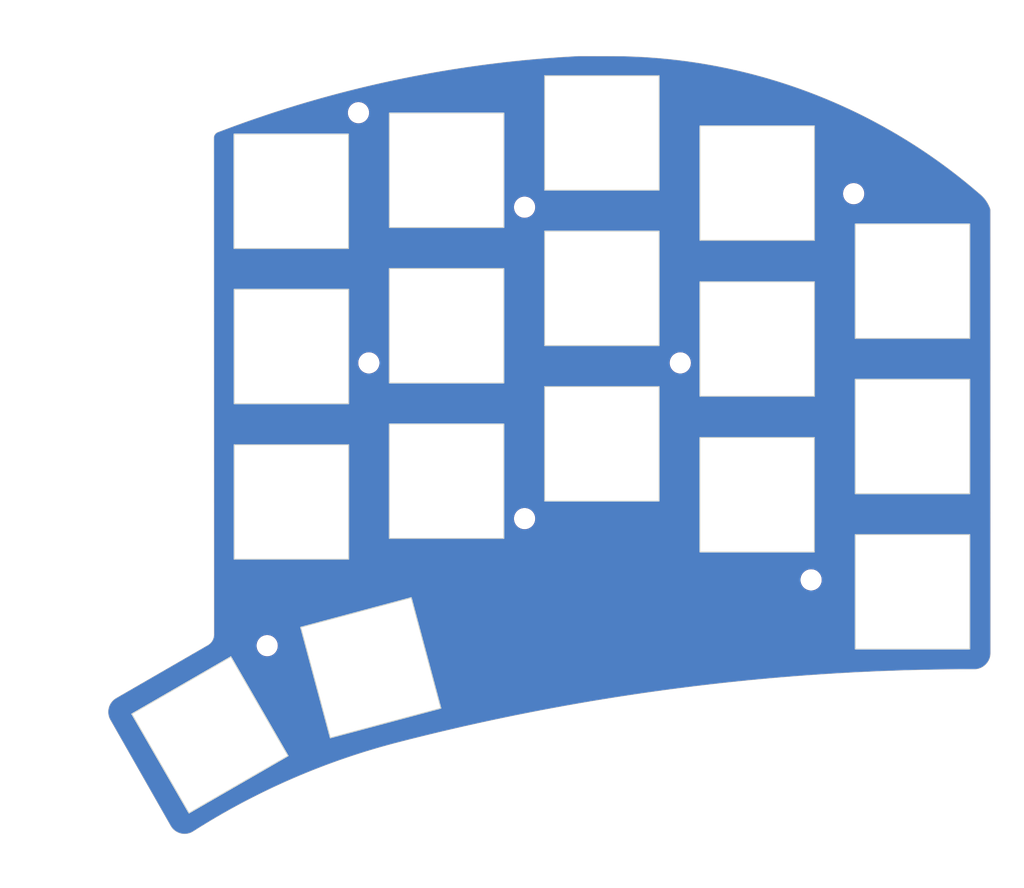
<source format=kicad_pcb>
(kicad_pcb (version 20240108) (generator "pcbnew") (generator_version "8.0")
  (layers (0 "F.Cu" signal) (31 "B.Cu" signal) (34 "B.Paste" user) (35 "F.Paste" user) (36 "B.SilkS" user "B.Silkscreen") (37 "F.SilkS" user "F.Silkscreen") (38 "B.Mask" user) (39 "F.Mask" user) (44 "Edge.Cuts" user))
  (net 0 "")
  (footprint "holykeebs:M2_HOLE_NPH" (layer "F.Cu") (at 95.518 67.945)
    (property "Reference" "Puck1" (hide yes))
    (property "Value" "M2_HOLE_NPH" (hide yes))
    (pad "" np_thru_hole circle (at 0 0) (size 2.1 2.1) (drill 2.1) (layers "F&B.Cu" "*.Mask"))
  )
  (footprint "holykeebs:M2_HOLE_NPH" (layer "F.Cu") (at 95.518 106.045)
    (property "Reference" "Puck3" (hide yes))
    (property "Value" "M2_HOLE_NPH" (hide yes))
    (pad "" np_thru_hole circle (at 0 0) (size 2.1 2.1) (drill 2.1) (layers "F&B.Cu" "*.Mask"))
  )
  (footprint "holykeebs:M2_HOLE_NPH" (layer "F.Cu") (at 135.777 66.294)
    (property "Reference" "Mounting 04" (hide yes))
    (property "Value" "M2_HOLE_NPH" (hide yes))
    (pad "" np_thru_hole circle (at 0 0) (size 2.1 2.1) (drill 2.1) (layers "F&B.Cu" "*.Mask"))
  )
  (footprint "holykeebs:M2_HOLE_NPH" (layer "F.Cu") (at 130.57 113.538)
    (property "Reference" "Mounting 03" (hide yes))
    (property "Value" "M2_HOLE_NPH" (hide yes))
    (pad "" np_thru_hole circle (at 0 0) (size 2.1 2.1) (drill 2.1) (layers "F&B.Cu" "*.Mask"))
  )
  (footprint "holykeebs:M2_HOLE_NPH" (layer "F.Cu") (at 75.198 56.388)
    (property "Reference" "Mounting 01" (hide yes))
    (property "Value" "M2_HOLE_NPH" (hide yes))
    (pad "" np_thru_hole circle (at 0 0) (size 2.1 2.1) (drill 2.1) (layers "F&B.Cu" "*.Mask"))
  )
  (footprint "holykeebs:M2_HOLE_NPH" (layer "F.Cu") (at 114.568 86.995)
    (property "Reference" "Puck4" (hide yes))
    (property "Value" "M2_HOLE_NPH" (hide yes))
    (pad "" np_thru_hole circle (at 0 0) (size 2.1 2.1) (drill 2.1) (layers "F&B.Cu" "*.Mask"))
  )
  (footprint "holykeebs:M2_HOLE_NPH" (layer "F.Cu") (at 76.468 86.995)
    (property "Reference" "Puck2" (hide yes))
    (property "Value" "M2_HOLE_NPH" (hide yes))
    (pad "" np_thru_hole circle (at 0 0) (size 2.1 2.1) (drill 2.1) (layers "F&B.Cu" "*.Mask"))
  )
  (footprint "holykeebs:footprint (4)" (layer "F.Cu") (at 108.537463 117.903657)
    (property "Reference" "G***" (hide yes))
    (property "Value" "LOGO" (hide yes))
  )
  (footprint "holykeebs:M2_HOLE_NPH" (layer "F.Cu") (at 64.02977 121.587695)
    (property "Reference" "Mounting 02" (hide yes))
    (property "Value" "M2_HOLE_NPH" (hide yes))
    (pad "" np_thru_hole circle (at 0 0) (size 2.1 2.1) (drill 2.1) (layers "F&B.Cu" "*.Mask"))
  )
  (footprint "kbd:SW_Hole" (layer "B.Cu") (at 142.974 77 180)
    (property "Reference" "SW2" (hide yes))
    (property "Value" "SW_Push" (hide yes))
    (fp_line (start 7 7) (end 7 -7) (stroke (width 0.12)) (layer "Edge.Cuts"))
    (fp_line (start 7 -7) (end -7 -7) (stroke (width 0.12)) (layer "Edge.Cuts"))
    (fp_line (start -7 7) (end 7 7) (stroke (width 0.12)) (layer "Edge.Cuts"))
    (fp_line (start -7 -7) (end -7 7) (stroke (width 0.12)) (layer "Edge.Cuts"))
  )
  (footprint "kbd:SW_Hole" (layer "B.Cu") (at 123.974 65 180)
    (property "Reference" "SW3" (hide yes))
    (property "Value" "SW_Push" (hide yes))
    (fp_line (start 7 7) (end 7 -7) (stroke (width 0.12)) (layer "Edge.Cuts"))
    (fp_line (start 7 -7) (end -7 -7) (stroke (width 0.12)) (layer "Edge.Cuts"))
    (fp_line (start -7 7) (end 7 7) (stroke (width 0.12)) (layer "Edge.Cuts"))
    (fp_line (start -7 -7) (end -7 7) (stroke (width 0.12)) (layer "Edge.Cuts"))
  )
  (footprint "kbd:SW_Hole" (layer "B.Cu") (at 104.974 58.86 180)
    (property "Reference" "SW4" (hide yes))
    (property "Value" "SW_Push" (hide yes))
    (fp_line (start 7 7) (end 7 -7) (stroke (width 0.12)) (layer "Edge.Cuts"))
    (fp_line (start 7 -7) (end -7 -7) (stroke (width 0.12)) (layer "Edge.Cuts"))
    (fp_line (start -7 7) (end 7 7) (stroke (width 0.12)) (layer "Edge.Cuts"))
    (fp_line (start -7 -7) (end -7 7) (stroke (width 0.12)) (layer "Edge.Cuts"))
  )
  (footprint "kbd:SW_Hole" (layer "B.Cu") (at 85.98 63.432 180)
    (property "Reference" "SW5" (hide yes))
    (property "Value" "SW_Push" (hide yes))
    (fp_line (start 7 7) (end 7 -7) (stroke (width 0.12)) (layer "Edge.Cuts"))
    (fp_line (start 7 -7) (end -7 -7) (stroke (width 0.12)) (layer "Edge.Cuts"))
    (fp_line (start -7 7) (end 7 7) (stroke (width 0.12)) (layer "Edge.Cuts"))
    (fp_line (start -7 -7) (end -7 7) (stroke (width 0.12)) (layer "Edge.Cuts"))
  )
  (footprint "kbd:SW_Hole" (layer "B.Cu") (at 66.974 66 180)
    (property "Reference" "SW6" (hide yes))
    (property "Value" "SW_Push" (hide yes))
    (fp_line (start 7 7) (end 7 -7) (stroke (width 0.12)) (layer "Edge.Cuts"))
    (fp_line (start 7 -7) (end -7 -7) (stroke (width 0.12)) (layer "Edge.Cuts"))
    (fp_line (start -7 7) (end 7 7) (stroke (width 0.12)) (layer "Edge.Cuts"))
    (fp_line (start -7 -7) (end -7 7) (stroke (width 0.12)) (layer "Edge.Cuts"))
  )
  (footprint "kbd:SW_Hole" (layer "B.Cu") (at 142.974 96 180)
    (property "Reference" "SW8" (hide yes))
    (property "Value" "SW_Push" (hide yes))
    (fp_line (start 7 7) (end 7 -7) (stroke (width 0.12)) (layer "Edge.Cuts"))
    (fp_line (start 7 -7) (end -7 -7) (stroke (width 0.12)) (layer "Edge.Cuts"))
    (fp_line (start -7 7) (end 7 7) (stroke (width 0.12)) (layer "Edge.Cuts"))
    (fp_line (start -7 -7) (end -7 7) (stroke (width 0.12)) (layer "Edge.Cuts"))
  )
  (footprint "kbd:SW_Hole" (layer "B.Cu") (at 123.974 84.074 180)
    (property "Reference" "SW9" (hide yes))
    (property "Value" "SW_Push" (hide yes))
    (fp_line (start 7 7) (end 7 -7) (stroke (width 0.12)) (layer "Edge.Cuts"))
    (fp_line (start 7 -7) (end -7 -7) (stroke (width 0.12)) (layer "Edge.Cuts"))
    (fp_line (start -7 7) (end 7 7) (stroke (width 0.12)) (layer "Edge.Cuts"))
    (fp_line (start -7 -7) (end -7 7) (stroke (width 0.12)) (layer "Edge.Cuts"))
  )
  (footprint "kbd:SW_Hole" (layer "B.Cu") (at 104.974 77.878 180)
    (property "Reference" "SW10" (hide yes))
    (property "Value" "SW_Push" (hide yes))
    (fp_line (start 7 7) (end 7 -7) (stroke (width 0.12)) (layer "Edge.Cuts"))
    (fp_line (start 7 -7) (end -7 -7) (stroke (width 0.12)) (layer "Edge.Cuts"))
    (fp_line (start -7 7) (end 7 7) (stroke (width 0.12)) (layer "Edge.Cuts"))
    (fp_line (start -7 -7) (end -7 7) (stroke (width 0.12)) (layer "Edge.Cuts"))
  )
  (footprint "kbd:SW_Hole" (layer "B.Cu") (at 85.974 82.45 180)
    (property "Reference" "SW11" (hide yes))
    (property "Value" "SW_Push" (hide yes))
    (fp_line (start 7 7) (end 7 -7) (stroke (width 0.12)) (layer "Edge.Cuts"))
    (fp_line (start 7 -7) (end -7 -7) (stroke (width 0.12)) (layer "Edge.Cuts"))
    (fp_line (start -7 7) (end 7 7) (stroke (width 0.12)) (layer "Edge.Cuts"))
    (fp_line (start -7 -7) (end -7 7) (stroke (width 0.12)) (layer "Edge.Cuts"))
  )
  (footprint "kbd:SW_Hole" (layer "B.Cu") (at 66.994 84.99 180)
    (property "Reference" "SW12" (hide yes))
    (property "Value" "SW_Push" (hide yes))
    (fp_line (start 7 7) (end 7 -7) (stroke (width 0.12)) (layer "Edge.Cuts"))
    (fp_line (start 7 -7) (end -7 -7) (stroke (width 0.12)) (layer "Edge.Cuts"))
    (fp_line (start -7 7) (end 7 7) (stroke (width 0.12)) (layer "Edge.Cuts"))
    (fp_line (start -7 -7) (end -7 7) (stroke (width 0.12)) (layer "Edge.Cuts"))
  )
  (footprint "kbd:SW_Hole" (layer "B.Cu") (at 142.974 115 180)
    (property "Reference" "SW14" (hide yes))
    (property "Value" "SW_Push" (hide yes))
    (fp_line (start 7 7) (end 7 -7) (stroke (width 0.12)) (layer "Edge.Cuts"))
    (fp_line (start 7 -7) (end -7 -7) (stroke (width 0.12)) (layer "Edge.Cuts"))
    (fp_line (start -7 7) (end 7 7) (stroke (width 0.12)) (layer "Edge.Cuts"))
    (fp_line (start -7 -7) (end -7 7) (stroke (width 0.12)) (layer "Edge.Cuts"))
  )
  (footprint "kbd:SW_Hole" (layer "B.Cu") (at 123.966 103.124 180)
    (property "Reference" "SW15" (hide yes))
    (property "Value" "SW_Push" (hide yes))
    (fp_line (start 7 7) (end 7 -7) (stroke (width 0.12)) (layer "Edge.Cuts"))
    (fp_line (start 7 -7) (end -7 -7) (stroke (width 0.12)) (layer "Edge.Cuts"))
    (fp_line (start -7 7) (end 7 7) (stroke (width 0.12)) (layer "Edge.Cuts"))
    (fp_line (start -7 -7) (end -7 7) (stroke (width 0.12)) (layer "Edge.Cuts"))
  )
  (footprint "kbd:SW_Hole" (layer "B.Cu") (at 104.974 96.896 180)
    (property "Reference" "SW16" (hide yes))
    (property "Value" "SW_Push" (hide yes))
    (fp_line (start 7 7) (end 7 -7) (stroke (width 0.12)) (layer "Edge.Cuts"))
    (fp_line (start 7 -7) (end -7 -7) (stroke (width 0.12)) (layer "Edge.Cuts"))
    (fp_line (start -7 7) (end 7 7) (stroke (width 0.12)) (layer "Edge.Cuts"))
    (fp_line (start -7 -7) (end -7 7) (stroke (width 0.12)) (layer "Edge.Cuts"))
  )
  (footprint "kbd:SW_Hole" (layer "B.Cu") (at 85.974 101.468 180)
    (property "Reference" "SW17" (hide yes))
    (property "Value" "SW_Push" (hide yes))
    (fp_line (start 7 7) (end 7 -7) (stroke (width 0.12)) (layer "Edge.Cuts"))
    (fp_line (start 7 -7) (end -7 -7) (stroke (width 0.12)) (layer "Edge.Cuts"))
    (fp_line (start -7 7) (end 7 7) (stroke (width 0.12)) (layer "Edge.Cuts"))
    (fp_line (start -7 -7) (end -7 7) (stroke (width 0.12)) (layer "Edge.Cuts"))
  )
  (footprint "kbd:SW_Hole" (layer "B.Cu") (at 57.024 132.504 -150)
    (property "Reference" "SW20" (hide yes))
    (property "Value" "SW_Push" (hide yes))
    (fp_line (start 7 7) (end 7 -7) (stroke (width 0.12)) (layer "Edge.Cuts"))
    (fp_line (start 7 -7) (end -7 -7) (stroke (width 0.12)) (layer "Edge.Cuts"))
    (fp_line (start -7 7) (end 7 7) (stroke (width 0.12)) (layer "Edge.Cuts"))
    (fp_line (start -7 -7) (end -7 7) (stroke (width 0.12)) (layer "Edge.Cuts"))
  )
  (footprint "kbd:SW_Hole" (layer "B.Cu") (at 76.702 124.288 -165)
    (property "Reference" "SW21" (hide yes))
    (property "Value" "SW_Push" (hide yes))
    (fp_line (start 7 7) (end 7 -7) (stroke (width 0.12)) (layer "Edge.Cuts"))
    (fp_line (start 7 -7) (end -7 -7) (stroke (width 0.12)) (layer "Edge.Cuts"))
    (fp_line (start -7 7) (end 7 7) (stroke (width 0.12)) (layer "Edge.Cuts"))
    (fp_line (start -7 -7) (end -7 7) (stroke (width 0.12)) (layer "Edge.Cuts"))
  )
  (footprint "kbd:SW_Hole" (layer "B.Cu") (at 66.994 104.008 180)
    (property "Reference" "SW18" (hide yes))
    (property "Value" "SW_Push" (hide yes))
    (fp_line (start 7 7) (end 7 -7) (stroke (width 0.12)) (layer "Edge.Cuts"))
    (fp_line (start 7 -7) (end -7 -7) (stroke (width 0.12)) (layer "Edge.Cuts"))
    (fp_line (start -7 7) (end 7 7) (stroke (width 0.12)) (layer "Edge.Cuts"))
    (fp_line (start -7 -7) (end -7 7) (stroke (width 0.12)) (layer "Edge.Cuts"))
  )
  (gr_line (start 52.264 143.699265) (end 44.844905 130.668629) (stroke (width 0.05)) (layer "Edge.Cuts"))
  (gr_line (start 57.511 59.473) (end 57.516 80.868917) (stroke (width 0.05)) (layer "Edge.Cuts"))
  (gr_arc (start 151.081 66.223) (mid 151.951259 67.119147) (end 152.508141 68.23732) (stroke (width 0.05)) (layer "Edge.Cuts"))
  (gr_arc (start 57.945755 58.79247) (mid 79.670355 52.385452) (end 102.130773 49.463504) (stroke (width 0.05)) (layer "Edge.Cuts"))
  (gr_line (start 150.480998 124.473917) (end 150.206 124.474571) (stroke (width 0.05)) (layer "Edge.Cuts"))
  (gr_arc (start 54.996 144.298) (mid 67.15266 137.840752) (end 80.175829 133.38233) (stroke (width 0.05)) (layer "Edge.Cuts"))
  (gr_arc (start 80.175829 133.38233) (mid 114.911007 126.727903) (end 150.206 124.474571) (stroke (width 0.05)) (layer "Edge.Cuts"))
  (gr_arc (start 152.515999 122.542999) (mid 151.893467 123.924717) (end 150.480998 124.473917) (stroke (width 0.05)) (layer "Edge.Cuts"))
  (gr_arc (start 54.996 144.298) (mid 53.505005 144.56898) (end 52.264 143.699265) (stroke (width 0.05)) (layer "Edge.Cuts"))
  (gr_arc (start 57.511 59.473) (mid 57.628966 59.069226) (end 57.945755 58.79247) (stroke (width 0.05)) (layer "Edge.Cuts"))
  (gr_line (start 152.515999 122.542999) (end 152.508141 68.23732) (stroke (width 0.05)) (layer "Edge.Cuts"))
  (gr_line (start 106.106 49.468) (end 102.130773 49.463504) (stroke (width 0.05)) (layer "Edge.Cuts"))
  (gr_arc (start 106.106 49.468) (mid 130.103295 53.792798) (end 151.081 66.223) (stroke (width 0.05)) (layer "Edge.Cuts"))
  (gr_line (start 45.570609 127.99249) (end 45.570596 127.992467) (stroke (width 0.05)) (layer "Edge.Cuts"))
  (gr_arc (start 57.528618 120.222019) (mid 57.327788 120.972277) (end 56.778618 121.521512) (stroke (width 0.05)) (layer "Edge.Cuts"))
  (gr_arc (start 44.844905 130.668629) (mid 44.655869 129.180888) (end 45.570609 127.99249) (stroke (width 0.05)) (layer "Edge.Cuts"))
  (gr_line (start 56.778618 121.521512) (end 45.570596 127.992467) (stroke (width 0.05)) (layer "Edge.Cuts"))
  (gr_line (start 57.528618 120.222019) (end 57.516 80.868917) (stroke (width 0.05)) (layer "Edge.Cuts"))
  (zone (net 0) (net_name "") (layers "F&B.Cu") (connect_pads (clearance 0.5)) (min_thickness 0.25) (fill yes (thermal_gap 0.5) (thermal_bridge_width 0.5) (island_removal_mode 1) (island_area_min 0))
    (polygon (pts (xy 31.342 42.599) (xy 31.342 150.209) (xy 32.382 151.249) (xy 156.012 151.249) (xy 156.632 150.629) (xy 156.632 42.599)))
  )
)
</source>
